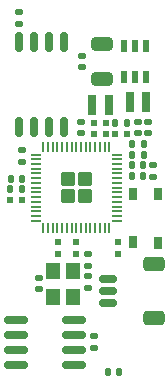
<source format=gtp>
%TF.GenerationSoftware,KiCad,Pcbnew,9.0.0*%
%TF.CreationDate,2025-04-09T23:46:37-07:00*%
%TF.ProjectId,RP2350_60QFN_minimal,52503233-3530-45f3-9630-51464e5f6d69,rev?*%
%TF.SameCoordinates,Original*%
%TF.FileFunction,Paste,Top*%
%TF.FilePolarity,Positive*%
%FSLAX46Y46*%
G04 Gerber Fmt 4.6, Leading zero omitted, Abs format (unit mm)*
G04 Created by KiCad (PCBNEW 9.0.0) date 2025-04-09 23:46:37*
%MOMM*%
%LPD*%
G01*
G04 APERTURE LIST*
G04 Aperture macros list*
%AMRoundRect*
0 Rectangle with rounded corners*
0 $1 Rounding radius*
0 $2 $3 $4 $5 $6 $7 $8 $9 X,Y pos of 4 corners*
0 Add a 4 corners polygon primitive as box body*
4,1,4,$2,$3,$4,$5,$6,$7,$8,$9,$2,$3,0*
0 Add four circle primitives for the rounded corners*
1,1,$1+$1,$2,$3*
1,1,$1+$1,$4,$5*
1,1,$1+$1,$6,$7*
1,1,$1+$1,$8,$9*
0 Add four rect primitives between the rounded corners*
20,1,$1+$1,$2,$3,$4,$5,0*
20,1,$1+$1,$4,$5,$6,$7,0*
20,1,$1+$1,$6,$7,$8,$9,0*
20,1,$1+$1,$8,$9,$2,$3,0*%
%AMFreePoly0*
4,1,18,-0.437500,0.050000,-0.433694,0.069134,-0.422855,0.085355,-0.406634,0.096194,-0.387500,0.100000,0.387500,0.100000,0.437500,0.050000,0.437500,-0.050000,0.433694,-0.069134,0.422855,-0.085355,0.406634,-0.096194,0.387500,-0.100000,-0.387500,-0.100000,-0.406634,-0.096194,-0.422855,-0.085355,-0.433694,-0.069134,-0.437500,-0.050000,-0.437500,0.050000,-0.437500,0.050000,$1*%
%AMFreePoly1*
4,1,18,-0.437500,0.050000,-0.433694,0.069134,-0.422855,0.085355,-0.406634,0.096194,-0.387500,0.100000,0.387500,0.100000,0.406634,0.096194,0.422855,0.085355,0.433694,0.069134,0.437500,0.050000,0.437500,-0.050000,0.387500,-0.100000,-0.387500,-0.100000,-0.406634,-0.096194,-0.422855,-0.085355,-0.433694,-0.069134,-0.437500,-0.050000,-0.437500,0.050000,-0.437500,0.050000,$1*%
%AMFreePoly2*
4,1,18,-0.100000,0.387500,-0.050000,0.437500,0.050000,0.437500,0.069134,0.433694,0.085355,0.422855,0.096194,0.406634,0.100000,0.387500,0.100000,-0.387500,0.096194,-0.406634,0.085355,-0.422855,0.069134,-0.433694,0.050000,-0.437500,-0.050000,-0.437500,-0.069134,-0.433694,-0.085355,-0.422855,-0.096194,-0.406634,-0.100000,-0.387500,-0.100000,0.387500,-0.100000,0.387500,$1*%
%AMFreePoly3*
4,1,18,-0.100000,0.387500,-0.096194,0.406634,-0.085355,0.422855,-0.069134,0.433694,-0.050000,0.437500,0.050000,0.437500,0.100000,0.387500,0.100000,-0.387500,0.096194,-0.406634,0.085355,-0.422855,0.069134,-0.433694,0.050000,-0.437500,-0.050000,-0.437500,-0.069134,-0.433694,-0.085355,-0.422855,-0.096194,-0.406634,-0.100000,-0.387500,-0.100000,0.387500,-0.100000,0.387500,$1*%
%AMFreePoly4*
4,1,18,-0.437500,0.050000,-0.433694,0.069134,-0.422855,0.085355,-0.406634,0.096194,-0.387500,0.100000,0.387500,0.100000,0.406634,0.096194,0.422855,0.085355,0.433694,0.069134,0.437500,0.050000,0.437500,-0.050000,0.433694,-0.069134,0.422855,-0.085355,0.406634,-0.096194,0.387500,-0.100000,-0.387500,-0.100000,-0.437500,-0.050000,-0.437500,0.050000,-0.437500,0.050000,$1*%
%AMFreePoly5*
4,1,18,-0.437500,0.050000,-0.387500,0.100000,0.387500,0.100000,0.406634,0.096194,0.422855,0.085355,0.433694,0.069134,0.437500,0.050000,0.437500,-0.050000,0.433694,-0.069134,0.422855,-0.085355,0.406634,-0.096194,0.387500,-0.100000,-0.387500,-0.100000,-0.406634,-0.096194,-0.422855,-0.085355,-0.433694,-0.069134,-0.437500,-0.050000,-0.437500,0.050000,-0.437500,0.050000,$1*%
%AMFreePoly6*
4,1,18,-0.100000,0.387500,-0.096194,0.406634,-0.085355,0.422855,-0.069134,0.433694,-0.050000,0.437500,0.050000,0.437500,0.069134,0.433694,0.085355,0.422855,0.096194,0.406634,0.100000,0.387500,0.100000,-0.387500,0.050000,-0.437500,-0.050000,-0.437500,-0.069134,-0.433694,-0.085355,-0.422855,-0.096194,-0.406634,-0.100000,-0.387500,-0.100000,0.387500,-0.100000,0.387500,$1*%
%AMFreePoly7*
4,1,18,-0.100000,0.387500,-0.096194,0.406634,-0.085355,0.422855,-0.069134,0.433694,-0.050000,0.437500,0.050000,0.437500,0.069134,0.433694,0.085355,0.422855,0.096194,0.406634,0.100000,0.387500,0.100000,-0.387500,0.096194,-0.406634,0.085355,-0.422855,0.069134,-0.433694,0.050000,-0.437500,-0.050000,-0.437500,-0.100000,-0.387500,-0.100000,0.387500,-0.100000,0.387500,$1*%
G04 Aperture macros list end*
%ADD10R,0.530000X0.470000*%
%ADD11RoundRect,0.140000X-0.170000X0.140000X-0.170000X-0.140000X0.170000X-0.140000X0.170000X0.140000X0*%
%ADD12RoundRect,0.135000X0.135000X0.185000X-0.135000X0.185000X-0.135000X-0.185000X0.135000X-0.185000X0*%
%ADD13R,0.599999X1.100000*%
%ADD14RoundRect,0.162500X0.162500X-0.650000X0.162500X0.650000X-0.162500X0.650000X-0.162500X-0.650000X0*%
%ADD15RoundRect,0.150000X0.625000X-0.150000X0.625000X0.150000X-0.625000X0.150000X-0.625000X-0.150000X0*%
%ADD16RoundRect,0.250000X0.650000X-0.350000X0.650000X0.350000X-0.650000X0.350000X-0.650000X-0.350000X0*%
%ADD17RoundRect,0.140000X0.170000X-0.140000X0.170000X0.140000X-0.170000X0.140000X-0.170000X-0.140000X0*%
%ADD18R,1.200000X1.400000*%
%ADD19R,0.470000X0.530000*%
%ADD20R,0.700000X1.700000*%
%ADD21RoundRect,0.140000X-0.140000X-0.170000X0.140000X-0.170000X0.140000X0.170000X-0.140000X0.170000X0*%
%ADD22RoundRect,0.135000X0.185000X-0.135000X0.185000X0.135000X-0.185000X0.135000X-0.185000X-0.135000X0*%
%ADD23RoundRect,0.250000X-0.650000X0.325000X-0.650000X-0.325000X0.650000X-0.325000X0.650000X0.325000X0*%
%ADD24RoundRect,0.140000X0.140000X0.170000X-0.140000X0.170000X-0.140000X-0.170000X0.140000X-0.170000X0*%
%ADD25RoundRect,0.250000X-0.350000X-0.350000X0.350000X-0.350000X0.350000X0.350000X-0.350000X0.350000X0*%
%ADD26FreePoly0,0.000000*%
%ADD27RoundRect,0.050000X-0.387500X-0.050000X0.387500X-0.050000X0.387500X0.050000X-0.387500X0.050000X0*%
%ADD28FreePoly1,0.000000*%
%ADD29FreePoly2,0.000000*%
%ADD30RoundRect,0.050000X-0.050000X-0.387500X0.050000X-0.387500X0.050000X0.387500X-0.050000X0.387500X0*%
%ADD31FreePoly3,0.000000*%
%ADD32FreePoly4,0.000000*%
%ADD33FreePoly5,0.000000*%
%ADD34FreePoly6,0.000000*%
%ADD35FreePoly7,0.000000*%
%ADD36RoundRect,0.135000X-0.185000X0.135000X-0.185000X-0.135000X0.185000X-0.135000X0.185000X0.135000X0*%
%ADD37RoundRect,0.135000X-0.135000X-0.185000X0.135000X-0.185000X0.135000X0.185000X-0.135000X0.185000X0*%
%ADD38R,0.650000X1.050000*%
%ADD39RoundRect,0.150000X-0.825000X-0.150000X0.825000X-0.150000X0.825000X0.150000X-0.825000X0.150000X0*%
G04 APERTURE END LIST*
D10*
%TO.C,C18*%
X20701000Y-50666000D03*
X20701000Y-51696000D03*
%TD*%
D11*
%TO.C,C2*%
X19050000Y-53749000D03*
X19050000Y-54709000D03*
%TD*%
D12*
%TO.C,R5*%
X26545000Y-40640000D03*
X25525000Y-40640000D03*
%TD*%
D13*
%TO.C,U2*%
X26227999Y-36733000D03*
X27178000Y-36733000D03*
X28128001Y-36733000D03*
X28128001Y-34133000D03*
X27178000Y-34133000D03*
X26227999Y-34133000D03*
%TD*%
D14*
%TO.C,U1*%
X17399000Y-40925500D03*
X18669000Y-40925500D03*
X19939000Y-40925500D03*
X21209000Y-40925500D03*
X21209000Y-33750500D03*
X19939000Y-33750500D03*
X18669000Y-33750500D03*
X17399000Y-33750500D03*
%TD*%
D15*
%TO.C,J3*%
X24924000Y-55864000D03*
X24924000Y-54864000D03*
X24924000Y-53864000D03*
D16*
X28799000Y-57164000D03*
X28799000Y-52564000D03*
%TD*%
D17*
%TO.C,C13*%
X22606000Y-41501000D03*
X22606000Y-40541000D03*
%TD*%
D18*
%TO.C,Y1*%
X20232000Y-53129000D03*
X20232000Y-55329000D03*
X21932000Y-55329000D03*
X21932000Y-53129000D03*
%TD*%
D19*
%TO.C,C7*%
X23742000Y-40640000D03*
X24772000Y-40640000D03*
%TD*%
D10*
%TO.C,C15*%
X25753000Y-50666000D03*
X25753000Y-51696000D03*
%TD*%
D20*
%TO.C,L2*%
X23557000Y-39116000D03*
X24957000Y-39116000D03*
%TD*%
D21*
%TO.C,C20*%
X24920000Y-61722000D03*
X25880000Y-61722000D03*
%TD*%
D17*
%TO.C,C4*%
X17399000Y-32230000D03*
X17399000Y-31270000D03*
%TD*%
D10*
%TO.C,C11*%
X22225000Y-50666000D03*
X22225000Y-51696000D03*
%TD*%
D22*
%TO.C,R4*%
X28702000Y-45214000D03*
X28702000Y-44194000D03*
%TD*%
D11*
%TO.C,C6*%
X22733000Y-34953000D03*
X22733000Y-35913000D03*
%TD*%
%TO.C,C19*%
X27432000Y-40541000D03*
X27432000Y-41501000D03*
%TD*%
D23*
%TO.C,C1*%
X24384000Y-33958000D03*
X24384000Y-36908000D03*
%TD*%
D21*
%TO.C,C9*%
X26952000Y-44196000D03*
X27912000Y-44196000D03*
%TD*%
D24*
%TO.C,C12*%
X17625000Y-45339000D03*
X16665000Y-45339000D03*
%TD*%
D25*
%TO.C,U3*%
X21525000Y-45401000D03*
X21525000Y-46801000D03*
X22925000Y-45401000D03*
X22925000Y-46801000D03*
D26*
X18787500Y-43301000D03*
D27*
X18787500Y-43701000D03*
X18787500Y-44101000D03*
X18787500Y-44501000D03*
X18787500Y-44901000D03*
X18787500Y-45301000D03*
X18787500Y-45701000D03*
X18787500Y-46101000D03*
X18787500Y-46501000D03*
X18787500Y-46901000D03*
X18787500Y-47301000D03*
X18787500Y-47701000D03*
X18787500Y-48101000D03*
X18787500Y-48501000D03*
D28*
X18787500Y-48901000D03*
D29*
X19425000Y-49538500D03*
D30*
X19825000Y-49538500D03*
X20225000Y-49538500D03*
X20625000Y-49538500D03*
X21025000Y-49538500D03*
X21425000Y-49538500D03*
X21825000Y-49538500D03*
X22225000Y-49538500D03*
X22625000Y-49538500D03*
X23025000Y-49538500D03*
X23425000Y-49538500D03*
X23825000Y-49538500D03*
X24225000Y-49538500D03*
X24625000Y-49538500D03*
D31*
X25025000Y-49538500D03*
D32*
X25662500Y-48901000D03*
D27*
X25662500Y-48501000D03*
X25662500Y-48101000D03*
X25662500Y-47701000D03*
X25662500Y-47301000D03*
X25662500Y-46901000D03*
X25662500Y-46501000D03*
X25662500Y-46101000D03*
X25662500Y-45701000D03*
X25662500Y-45301000D03*
X25662500Y-44901000D03*
X25662500Y-44501000D03*
X25662500Y-44101000D03*
X25662500Y-43701000D03*
D33*
X25662500Y-43301000D03*
D34*
X25025000Y-42663500D03*
D30*
X24625000Y-42663500D03*
X24225000Y-42663500D03*
X23825000Y-42663500D03*
X23425000Y-42663500D03*
X23025000Y-42663500D03*
X22625000Y-42663500D03*
X22225000Y-42663500D03*
X21825000Y-42663500D03*
X21425000Y-42663500D03*
X21025000Y-42663500D03*
X20625000Y-42663500D03*
X20225000Y-42663500D03*
X19825000Y-42663500D03*
D35*
X19425000Y-42663500D03*
%TD*%
D19*
%TO.C,C5*%
X23742000Y-41529000D03*
X24772000Y-41529000D03*
%TD*%
D36*
%TO.C,R3*%
X23241000Y-51687000D03*
X23241000Y-52707000D03*
%TD*%
D11*
%TO.C,C16*%
X17653000Y-42954000D03*
X17653000Y-43914000D03*
%TD*%
D20*
%TO.C,L1*%
X26732000Y-38862000D03*
X28132000Y-38862000D03*
%TD*%
D19*
%TO.C,C17*%
X17660000Y-47117000D03*
X16630000Y-47117000D03*
%TD*%
D37*
%TO.C,R2*%
X26922000Y-43307000D03*
X27942000Y-43307000D03*
%TD*%
D38*
%TO.C,SW1*%
X29142000Y-46609000D03*
X29142000Y-50759000D03*
X26992000Y-46609000D03*
X26992000Y-50734000D03*
%TD*%
D11*
%TO.C,C3*%
X23241000Y-53594000D03*
X23241000Y-54554000D03*
%TD*%
D21*
%TO.C,C14*%
X26952000Y-45085000D03*
X27912000Y-45085000D03*
%TD*%
D36*
%TO.C,R7*%
X23749000Y-58672000D03*
X23749000Y-59692000D03*
%TD*%
D19*
%TO.C,C10*%
X25520000Y-41529000D03*
X26550000Y-41529000D03*
%TD*%
D39*
%TO.C,U4*%
X17083000Y-57277000D03*
X17083000Y-58547000D03*
X17083000Y-59817000D03*
X17083000Y-61087000D03*
X22033000Y-61087000D03*
X22033000Y-59817000D03*
X22033000Y-58547000D03*
X22033000Y-57277000D03*
%TD*%
D12*
%TO.C,R1*%
X27942000Y-42418000D03*
X26922000Y-42418000D03*
%TD*%
%TO.C,R6*%
X17655000Y-46228000D03*
X16635000Y-46228000D03*
%TD*%
D11*
%TO.C,C8*%
X28321000Y-40541000D03*
X28321000Y-41501000D03*
%TD*%
M02*

</source>
